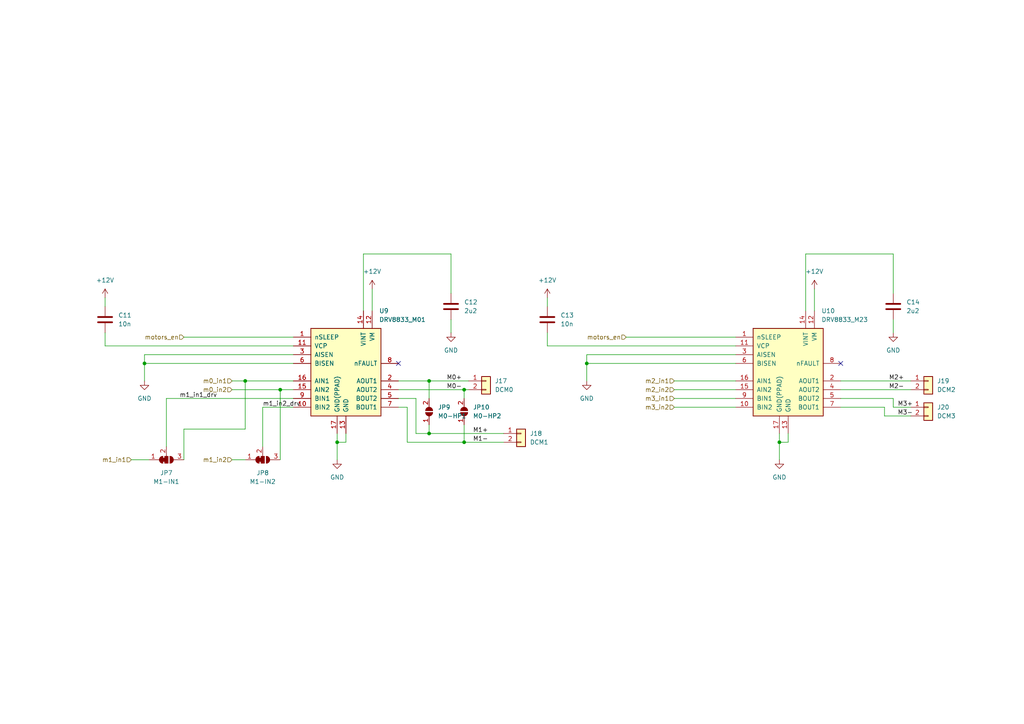
<source format=kicad_sch>
(kicad_sch (version 20211123) (generator eeschema)
  (paper "A4")
  (lib_symbols
    (symbol "Connector_Generic:Conn_01x02" (pin_names (offset 1.016) hide)
      (property "Reference" "J" (at 0 2.54 0))
      (property "Value" "Conn_01x02" (at 0 -5.08 0))
      (symbol "Conn_01x02_1_1"
        (rectangle (start -1.27 -2.413) (end 0 -2.667) (stroke (width 0.1524)))
        (rectangle (start -1.27 0.127) (end 0 -0.127) (stroke (width 0.1524)))
        (rectangle (start -1.27 1.27) (end 1.27 -3.81) (stroke (width 0.254)) (fill (type background)))
        (pin passive line (at -5.08 0 0) (length 3.81) (name "Pin_1") (number "1"))
        (pin passive line (at -5.08 -2.54 0) (length 3.81) (name "Pin_2") (number "2"))
      )
    )
    (symbol "Custom_Components:DRV8833PWP" (pin_names (offset 1.016))
      (property "Reference" "U" (at -3.81 16.51 0))
      (property "Value" "DRV8833PWP" (at -3.81 13.97 0))
      (symbol "DRV8833PWP_0_1"
        (rectangle (start -10.16 12.7) (end 10.16 -12.7) (stroke (width 0.254)) (fill (type background)))
      )
      (symbol "DRV8833PWP_1_1"
        (pin input line (at -15.24 10.16 0) (length 5.08) (name "nSLEEP") (number "1"))
        (pin input line (at -15.24 -10.16 0) (length 5.08) (name "BIN2") (number "10"))
        (pin bidirectional line (at -15.24 7.62 0) (length 5.08) (name "VCP") (number "11"))
        (pin power_in line (at 7.62 17.78 270) (length 5.08) (name "VM") (number "12"))
        (pin power_in line (at 0 -17.78 90) (length 5.08) (name "GND") (number "13"))
        (pin input line (at 5.08 17.78 270) (length 5.08) (name "VINT") (number "14"))
        (pin input line (at -15.24 -5.08 0) (length 5.08) (name "AIN2") (number "15"))
        (pin input line (at -15.24 -2.54 0) (length 5.08) (name "AIN1") (number "16"))
        (pin power_in line (at -2.54 -17.78 90) (length 5.08) (name "GND(PPAD)") (number "17"))
        (pin power_out line (at 15.24 -2.54 180) (length 5.08) (name "AOUT1") (number "2"))
        (pin input line (at -15.24 5.08 0) (length 5.08) (name "AISEN") (number "3"))
        (pin power_out line (at 15.24 -5.08 180) (length 5.08) (name "AOUT2") (number "4"))
        (pin power_out line (at 15.24 -7.62 180) (length 5.08) (name "BOUT2") (number "5"))
        (pin input line (at -15.24 2.54 0) (length 5.08) (name "BISEN") (number "6"))
        (pin power_out line (at 15.24 -10.16 180) (length 5.08) (name "BOUT1") (number "7"))
        (pin open_collector line (at 15.24 2.54 180) (length 5.08) (name "nFAULT") (number "8"))
        (pin input line (at -15.24 -7.62 0) (length 5.08) (name "BIN1") (number "9"))
      )
    )
    (symbol "DRV8833PWP_1" (pin_names (offset 1.016))
      (property "Reference" "U" (at -3.81 16.51 0))
      (property "Value" "DRV8833PWP_1" (at -3.81 13.97 0))
      (symbol "DRV8833PWP_1_0_1"
        (rectangle (start -10.16 12.7) (end 10.16 -12.7) (stroke (width 0.254)) (fill (type background)))
      )
      (symbol "DRV8833PWP_1_1_1"
        (pin input line (at -15.24 10.16 0) (length 5.08) (name "nSLEEP") (number "1"))
        (pin input line (at -15.24 -10.16 0) (length 5.08) (name "BIN2") (number "10"))
        (pin bidirectional line (at -15.24 7.62 0) (length 5.08) (name "VCP") (number "11"))
        (pin power_in line (at 7.62 17.78 270) (length 5.08) (name "VM") (number "12"))
        (pin power_in line (at 0 -17.78 90) (length 5.08) (name "GND") (number "13"))
        (pin input line (at 5.08 17.78 270) (length 5.08) (name "VINT") (number "14"))
        (pin input line (at -15.24 -5.08 0) (length 5.08) (name "AIN2") (number "15"))
        (pin input line (at -15.24 -2.54 0) (length 5.08) (name "AIN1") (number "16"))
        (pin power_in line (at -2.54 -17.78 90) (length 5.08) (name "GND(PPAD)") (number "17"))
        (pin power_out line (at 15.24 -2.54 180) (length 5.08) (name "AOUT1") (number "2"))
        (pin input line (at -15.24 5.08 0) (length 5.08) (name "AISEN") (number "3"))
        (pin power_out line (at 15.24 -5.08 180) (length 5.08) (name "AOUT2") (number "4"))
        (pin power_out line (at 15.24 -7.62 180) (length 5.08) (name "BOUT2") (number "5"))
        (pin input line (at -15.24 2.54 0) (length 5.08) (name "BISEN") (number "6"))
        (pin power_out line (at 15.24 -10.16 180) (length 5.08) (name "BOUT1") (number "7"))
        (pin open_collector line (at 15.24 2.54 180) (length 5.08) (name "nFAULT") (number "8"))
        (pin input line (at -15.24 -7.62 0) (length 5.08) (name "BIN1") (number "9"))
      )
    )
    (symbol "Device:C" (pin_numbers hide) (pin_names (offset 0.254))
      (property "Reference" "C" (at 0.635 2.54 0))
      (property "Value" "C" (at 0.635 -2.54 0))
      (symbol "C_0_1"
        (polyline (pts (xy -2.032 -0.762) (xy 2.032 -0.762)) (stroke (width 0.508)))
        (polyline (pts (xy -2.032 0.762) (xy 2.032 0.762)) (stroke (width 0.508)))
      )
      (symbol "C_1_1"
        (pin passive line (at 0 3.81 270) (length 2.794) (name "~") (number "1"))
        (pin passive line (at 0 -3.81 90) (length 2.794) (name "~") (number "2"))
      )
    )
    (symbol "Jumper:SolderJumper_2_Open" (pin_names (offset 0) hide)
      (property "Reference" "JP" (at 0 2.032 0))
      (property "Value" "SolderJumper_2_Open" (at 0 -2.54 0))
      (symbol "SolderJumper_2_Open_0_1"
        (arc (start -0.254 1.016) (mid -1.27 0) (end -0.254 -1.016))
        (arc (start -0.254 1.016) (mid -1.27 0) (end -0.254 -1.016) (fill (type outline)))
        (polyline (pts (xy -0.254 1.016) (xy -0.254 -1.016)))
        (polyline (pts (xy 0.254 1.016) (xy 0.254 -1.016)))
        (arc (start 0.254 -1.016) (mid 1.27 0) (end 0.254 1.016))
        (arc (start 0.254 -1.016) (mid 1.27 0) (end 0.254 1.016) (fill (type outline)))
      )
      (symbol "SolderJumper_2_Open_1_1"
        (pin passive line (at -3.81 0 0) (length 2.54) (name "A") (number "1"))
        (pin passive line (at 3.81 0 180) (length 2.54) (name "B") (number "2"))
      )
    )
    (symbol "Jumper:SolderJumper_3_Bridged12" (pin_names (offset 0) hide)
      (property "Reference" "JP" (at -2.54 -2.54 0))
      (property "Value" "SolderJumper_3_Bridged12" (at 0 2.794 0))
      (symbol "SolderJumper_3_Bridged12_0_1"
        (rectangle (start -1.016 0.508) (end -0.508 -0.508) (fill (type outline)))
        (arc (start -1.016 1.016) (mid -2.032 0) (end -1.016 -1.016))
        (arc (start -1.016 1.016) (mid -2.032 0) (end -1.016 -1.016) (fill (type outline)))
        (rectangle (start -0.508 1.016) (end 0.508 -1.016) (fill (type outline)))
        (polyline (pts (xy -2.54 0) (xy -2.032 0)))
        (polyline (pts (xy -1.016 1.016) (xy -1.016 -1.016)))
        (polyline (pts (xy 0 -1.27) (xy 0 -1.016)))
        (polyline (pts (xy 1.016 1.016) (xy 1.016 -1.016)))
        (polyline (pts (xy 2.54 0) (xy 2.032 0)))
        (arc (start 1.016 -1.016) (mid 2.032 0) (end 1.016 1.016))
        (arc (start 1.016 -1.016) (mid 2.032 0) (end 1.016 1.016) (fill (type outline)))
      )
      (symbol "SolderJumper_3_Bridged12_1_1"
        (pin passive line (at -5.08 0 0) (length 2.54) (name "A") (number "1"))
        (pin passive line (at 0 -3.81 90) (length 2.54) (name "C") (number "2"))
        (pin passive line (at 5.08 0 180) (length 2.54) (name "B") (number "3"))
      )
    )
    (symbol "power:+12V" (power) (pin_names (offset 0))
      (property "Value" "+12V" (at 0 3.556 0))
      (symbol "+12V_0_1"
        (polyline (pts (xy -0.762 1.27) (xy 0 2.54)))
        (polyline (pts (xy 0 0) (xy 0 2.54)))
        (polyline (pts (xy 0 2.54) (xy 0.762 1.27)))
      )
      (symbol "+12V_1_1"
        (pin power_in line (at 0 0 90) (length 0) hide (name "+12V") (number "1"))
      )
    )
    (symbol "power:GND" (power) (pin_names (offset 0))
      (property "Value" "GND" (at 0 -3.81 0))
      (symbol "GND_0_1"
        (polyline (pts (xy 0 0) (xy 0 -1.27) (xy 1.27 -1.27) (xy 0 -2.54) (xy -1.27 -1.27) (xy 0 -1.27)))
      )
      (symbol "GND_1_1"
        (pin power_in line (at 0 0 270) (length 0) hide (name "GND") (number "1"))
      )
    )
  )
  (junction (at 134.62 113.03))
  (junction (at 226.06 128.27))
  (junction (at 124.46 125.73))
  (junction (at 134.62 128.27))
  (junction (at 81.28 113.03))
  (junction (at 124.46 110.49))
  (junction (at 97.79 128.27))
  (junction (at 170.18 105.41))
  (junction (at 41.91 105.41))
  (junction (at 71.12 110.49))
  (no_connect (at 115.57 105.41))
  (no_connect (at 243.84 105.41))
  (wire (pts (xy 256.54 118.11) (xy 256.54 120.65)))
  (wire (pts (xy 195.58 115.57) (xy 213.36 115.57)))
  (wire (pts (xy 195.58 110.49) (xy 213.36 110.49)))
  (wire (pts (xy 243.84 110.49) (xy 264.16 110.49)))
  (wire (pts (xy 243.84 113.03) (xy 264.16 113.03)))
  (wire (pts (xy 71.12 124.46) (xy 53.34 124.46)))
  (wire (pts (xy 38.1 133.35) (xy 43.18 133.35)))
  (wire (pts (xy 158.75 100.33) (xy 213.36 100.33)))
  (wire (pts (xy 115.57 118.11) (xy 118.11 118.11)))
  (wire (pts (xy 228.6 128.27) (xy 226.06 128.27)))
  (wire (pts (xy 124.46 125.73) (xy 146.05 125.73)))
  (wire (pts (xy 100.33 125.73) (xy 100.33 128.27)))
  (wire (pts (xy 259.08 118.11) (xy 264.16 118.11)))
  (wire (pts (xy 158.75 96.52) (xy 158.75 100.33)))
  (wire (pts (xy 30.48 100.33) (xy 85.09 100.33)))
  (wire (pts (xy 48.26 115.57) (xy 85.09 115.57)))
  (wire (pts (xy 124.46 110.49) (xy 124.46 115.57)))
  (wire (pts (xy 195.58 118.11) (xy 213.36 118.11)))
  (wire (pts (xy 71.12 110.49) (xy 71.12 124.46)))
  (wire (pts (xy 158.75 86.36) (xy 158.75 88.9)))
  (wire (pts (xy 256.54 120.65) (xy 264.16 120.65)))
  (wire (pts (xy 134.62 123.19) (xy 134.62 128.27)))
  (wire (pts (xy 105.41 90.17) (xy 105.41 73.66)))
  (wire (pts (xy 97.79 133.35) (xy 97.79 128.27)))
  (wire (pts (xy 118.11 118.11) (xy 118.11 128.27)))
  (wire (pts (xy 115.57 113.03) (xy 134.62 113.03)))
  (wire (pts (xy 67.31 110.49) (xy 71.12 110.49)))
  (wire (pts (xy 226.06 133.35) (xy 226.06 128.27)))
  (wire (pts (xy 107.95 83.82) (xy 107.95 90.17)))
  (wire (pts (xy 134.62 113.03) (xy 134.62 115.57)))
  (wire (pts (xy 115.57 115.57) (xy 120.65 115.57)))
  (wire (pts (xy 81.28 113.03) (xy 85.09 113.03)))
  (wire (pts (xy 120.65 115.57) (xy 120.65 125.73)))
  (wire (pts (xy 30.48 96.52) (xy 30.48 100.33)))
  (wire (pts (xy 181.61 97.79) (xy 213.36 97.79)))
  (wire (pts (xy 259.08 96.52) (xy 259.08 92.71)))
  (wire (pts (xy 170.18 105.41) (xy 170.18 102.87)))
  (wire (pts (xy 41.91 105.41) (xy 85.09 105.41)))
  (wire (pts (xy 259.08 115.57) (xy 259.08 118.11)))
  (wire (pts (xy 130.81 96.52) (xy 130.81 92.71)))
  (wire (pts (xy 105.41 73.66) (xy 130.81 73.66)))
  (wire (pts (xy 53.34 97.79) (xy 85.09 97.79)))
  (wire (pts (xy 76.2 129.54) (xy 76.2 118.11)))
  (wire (pts (xy 76.2 118.11) (xy 85.09 118.11)))
  (wire (pts (xy 236.22 83.82) (xy 236.22 90.17)))
  (wire (pts (xy 134.62 113.03) (xy 135.89 113.03)))
  (wire (pts (xy 233.68 90.17) (xy 233.68 73.66)))
  (wire (pts (xy 130.81 73.66) (xy 130.81 85.09)))
  (wire (pts (xy 41.91 105.41) (xy 41.91 102.87)))
  (wire (pts (xy 81.28 113.03) (xy 81.28 133.35)))
  (wire (pts (xy 226.06 128.27) (xy 226.06 125.73)))
  (wire (pts (xy 170.18 102.87) (xy 213.36 102.87)))
  (wire (pts (xy 67.31 113.03) (xy 81.28 113.03)))
  (wire (pts (xy 97.79 128.27) (xy 97.79 125.73)))
  (wire (pts (xy 170.18 105.41) (xy 213.36 105.41)))
  (wire (pts (xy 71.12 110.49) (xy 85.09 110.49)))
  (wire (pts (xy 115.57 110.49) (xy 124.46 110.49)))
  (wire (pts (xy 118.11 128.27) (xy 134.62 128.27)))
  (wire (pts (xy 228.6 125.73) (xy 228.6 128.27)))
  (wire (pts (xy 100.33 128.27) (xy 97.79 128.27)))
  (wire (pts (xy 124.46 110.49) (xy 135.89 110.49)))
  (wire (pts (xy 67.31 133.35) (xy 71.12 133.35)))
  (wire (pts (xy 259.08 73.66) (xy 259.08 85.09)))
  (wire (pts (xy 41.91 110.49) (xy 41.91 105.41)))
  (wire (pts (xy 48.26 129.54) (xy 48.26 115.57)))
  (wire (pts (xy 243.84 118.11) (xy 256.54 118.11)))
  (wire (pts (xy 134.62 128.27) (xy 146.05 128.27)))
  (wire (pts (xy 41.91 102.87) (xy 85.09 102.87)))
  (wire (pts (xy 195.58 113.03) (xy 213.36 113.03)))
  (wire (pts (xy 170.18 110.49) (xy 170.18 105.41)))
  (wire (pts (xy 30.48 86.36) (xy 30.48 88.9)))
  (wire (pts (xy 53.34 124.46) (xy 53.34 133.35)))
  (wire (pts (xy 243.84 115.57) (xy 259.08 115.57)))
  (wire (pts (xy 124.46 123.19) (xy 124.46 125.73)))
  (wire (pts (xy 233.68 73.66) (xy 259.08 73.66)))
  (wire (pts (xy 120.65 125.73) (xy 124.46 125.73)))
  (label "M3+" (at 260.35 118.11 0))
  (label "M0-" (at 129.54 113.03 0))
  (label "M2-" (at 257.81 113.03 0))
  (label "M2+" (at 257.81 110.49 0))
  (label "M1+" (at 137.16 125.73 0))
  (label "m1_in2_drv" (at 76.2 118.11 0))
  (label "M0+" (at 129.54 110.49 0))
  (label "M3-" (at 260.35 120.65 0))
  (label "M1-" (at 137.16 128.27 0))
  (label "m1_in1_drv" (at 52.07 115.57 0))
  (hierarchical_label "m1_in2" (shape input) (at 67.31 133.35 180))
  (hierarchical_label "m0_in2" (shape input) (at 67.31 113.03 180))
  (hierarchical_label "m1_in1" (shape input) (at 38.1 133.35 180))
  (hierarchical_label "motors_en" (shape input) (at 181.61 97.79 180))
  (hierarchical_label "motors_en" (shape input) (at 53.34 97.79 180))
  (hierarchical_label "m3_in1" (shape input) (at 195.58 115.57 180))
  (hierarchical_label "m2_in1" (shape input) (at 195.58 110.49 180))
  (hierarchical_label "m0_in1" (shape input) (at 67.31 110.49 180))
  (hierarchical_label "m2_in2" (shape input) (at 195.58 113.03 180))
  (hierarchical_label "m3_in2" (shape input) (at 195.58 118.11 180))
  (symbol (lib_name "DRV8833PWP_1") (lib_id "Custom_Components:DRV8833PWP") (at 100.33 107.95 0) (unit 1)
    (property "Reference" "U9" (at 109.9694 90.17 0) (effects (justify left)))
    (property "Value" "DRV8833_M01" (at 109.9694 92.71 0) (effects (justify left)))
    (property "Footprint" "Components:HTSSOP-16-DRV8833" (effects hide))
    (property "Datasheet" "http://www.ti.com/lit/ds/symlink/drv8833.pdf" (effects hide))
  )
  (symbol (lib_id "power:+12V") (at 30.48 86.36 0) (unit 1)
    (property "Reference" "#PWR071" (effects hide))
    (property "Value" "~" (at 30.48 81.28 0))
  )
  (symbol (lib_id "Connector_Generic:Conn_01x02") (at 269.24 110.49 0) (unit 1)
    (property "Reference" "J19" (at 271.78 110.4899 0) (effects (justify left)))
    (property "Value" "DCM2" (at 271.78 113.0299 0) (effects (justify left)))
    (property "Footprint" "Connector_JST:JST_XH_B2B-XH-A_1x02_P2.50mm_Vertical" (effects hide))
  )
  (symbol (lib_id "Device:C") (at 158.75 92.71 0) (unit 1)
    (property "Reference" "C13" (at 162.56 91.4399 0) (effects (justify left)))
    (property "Value" "10n" (at 162.56 93.9799 0) (effects (justify left)))
    (property "Footprint" "Capacitor_SMD:C_0805_2012Metric" (effects hide))
  )
  (symbol (lib_id "power:GND") (at 170.18 110.49 0) (unit 1)
    (property "Reference" "#PWR077" (effects hide))
    (property "Value" "~" (at 170.18 115.57 0))
  )
  (symbol (lib_id "power:GND") (at 226.06 133.35 0) (unit 1)
    (property "Reference" "#PWR078" (effects hide))
    (property "Value" "~" (at 226.06 138.43 0))
  )
  (symbol (lib_id "power:+12V") (at 236.22 83.82 0) (unit 1)
    (property "Reference" "#PWR079" (effects hide))
    (property "Value" "~" (at 236.22 78.74 0))
  )
  (symbol (lib_id "Device:C") (at 30.48 92.71 0) (unit 1)
    (property "Reference" "C11" (at 34.29 91.4399 0) (effects (justify left)))
    (property "Value" "10n" (at 34.29 93.9799 0) (effects (justify left)))
    (property "Footprint" "Capacitor_SMD:C_0805_2012Metric" (effects hide))
  )
  (symbol (lib_id "Connector_Generic:Conn_01x02") (at 151.13 125.73 0) (unit 1)
    (property "Reference" "J18" (at 153.67 125.7299 0) (effects (justify left)))
    (property "Value" "DCM1" (at 153.67 128.2699 0) (effects (justify left)))
    (property "Footprint" "Connector_JST:JST_XH_B2B-XH-A_1x02_P2.50mm_Vertical" (effects hide))
  )
  (symbol (lib_id "Connector_Generic:Conn_01x02") (at 269.24 118.11 0) (unit 1)
    (property "Reference" "J20" (at 271.78 118.1099 0) (effects (justify left)))
    (property "Value" "DCM3" (at 271.78 120.6499 0) (effects (justify left)))
    (property "Footprint" "Connector_JST:JST_XH_B2B-XH-A_1x02_P2.50mm_Vertical" (effects hide))
  )
  (symbol (lib_id "Jumper:SolderJumper_2_Open") (at 124.46 119.38 90) (unit 1)
    (property "Reference" "JP9" (at 127 118.1099 90) (effects (justify right)))
    (property "Value" "M0-HP1" (at 127 120.6499 90) (effects (justify right)))
    (property "Footprint" "Jumper:SolderJumper-2_P1.3mm_Open_Pad1.0x1.5mm" (effects hide))
  )
  (symbol (lib_id "power:GND") (at 130.81 96.52 0) (unit 1)
    (property "Reference" "#PWR075" (effects hide))
    (property "Value" "~" (at 130.81 101.6 0))
  )
  (symbol (lib_id "power:GND") (at 41.91 110.49 0) (unit 1)
    (property "Reference" "#PWR072" (effects hide))
    (property "Value" "GND" (at 41.91 115.57 0))
  )
  (symbol (lib_id "power:+12V") (at 107.95 83.82 0) (unit 1)
    (property "Reference" "#PWR074" (effects hide))
    (property "Value" "+12V" (at 107.95 78.74 0))
  )
  (symbol (lib_id "power:GND") (at 259.08 96.52 0) (unit 1)
    (property "Reference" "#PWR080" (effects hide))
    (property "Value" "~" (at 259.08 101.6 0))
  )
  (symbol (lib_id "power:GND") (at 97.79 133.35 0) (unit 1)
    (property "Reference" "#PWR073" (effects hide))
    (property "Value" "~" (at 97.79 138.43 0))
  )
  (symbol (lib_id "Jumper:SolderJumper_3_Bridged12") (at 76.2 133.35 0) (mirror x) (unit 1)
    (property "Reference" "JP8" (at 76.2 137.16 0))
    (property "Value" "M1-IN2" (at 76.2 139.7 0))
    (property "Footprint" "Jumper:SolderJumper-3_P1.3mm_Open_RoundedPad1.0x1.5mm" (effects hide))
  )
  (symbol (lib_id "Jumper:SolderJumper_2_Open") (at 134.62 119.38 90) (unit 1)
    (property "Reference" "JP10" (at 137.16 118.1099 90) (effects (justify right)))
    (property "Value" "M0-HP2" (at 137.16 120.6499 90) (effects (justify right)))
    (property "Footprint" "Jumper:SolderJumper-2_P1.3mm_Open_Pad1.0x1.5mm" (effects hide))
  )
  (symbol (lib_id "Custom_Components:DRV8833PWP") (at 228.6 107.95 0) (unit 1)
    (property "Reference" "U10" (at 238.2394 90.17 0) (effects (justify left)))
    (property "Value" "DRV8833_M23" (at 238.2394 92.71 0) (effects (justify left)))
    (property "Footprint" "Components:HTSSOP-16-DRV8833" (effects hide))
    (property "Datasheet" "http://www.ti.com/lit/ds/symlink/drv8833.pdf" (effects hide))
  )
  (symbol (lib_id "Connector_Generic:Conn_01x02") (at 140.97 110.49 0) (unit 1)
    (property "Reference" "J17" (at 143.51 110.4899 0) (effects (justify left)))
    (property "Value" "DCM0" (at 143.51 113.0299 0) (effects (justify left)))
    (property "Footprint" "Connector_JST:JST_XH_B2B-XH-A_1x02_P2.50mm_Vertical" (effects hide))
  )
  (symbol (lib_id "Jumper:SolderJumper_3_Bridged12") (at 48.26 133.35 0) (mirror x) (unit 1)
    (property "Reference" "JP7" (at 48.26 137.16 0))
    (property "Value" "M1-IN1" (at 48.26 139.7 0))
    (property "Footprint" "Jumper:SolderJumper-3_P1.3mm_Open_RoundedPad1.0x1.5mm" (effects hide))
  )
  (symbol (lib_id "Device:C") (at 259.08 88.9 0) (unit 1)
    (property "Reference" "C14" (at 262.89 87.6299 0) (effects (justify left)))
    (property "Value" "2u2" (at 262.89 90.1699 0) (effects (justify left)))
    (property "Footprint" "Capacitor_SMD:C_0805_2012Metric" (effects hide))
  )
  (symbol (lib_id "Device:C") (at 130.81 88.9 0) (unit 1)
    (property "Reference" "C12" (at 134.62 87.6299 0) (effects (justify left)))
    (property "Value" "2u2" (at 134.62 90.1699 0) (effects (justify left)))
    (property "Footprint" "Capacitor_SMD:C_0805_2012Metric" (effects hide))
  )
  (symbol (lib_id "power:+12V") (at 158.75 86.36 0) (unit 1)
    (property "Reference" "#PWR076" (effects hide))
    (property "Value" "~" (at 158.75 81.28 0))
  )
)
</source>
